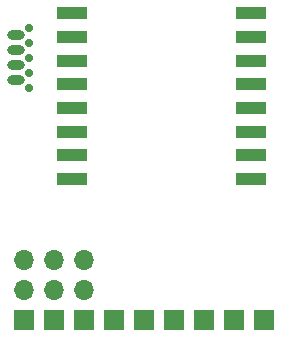
<source format=gbr>
%TF.GenerationSoftware,KiCad,Pcbnew,(6.0.8)*%
%TF.CreationDate,2023-03-28T19:59:18+01:00*%
%TF.ProjectId,m-link-plus,6d2d6c69-6e6b-42d7-906c-75732e6b6963,rev?*%
%TF.SameCoordinates,Original*%
%TF.FileFunction,Soldermask,Bot*%
%TF.FilePolarity,Negative*%
%FSLAX46Y46*%
G04 Gerber Fmt 4.6, Leading zero omitted, Abs format (unit mm)*
G04 Created by KiCad (PCBNEW (6.0.8)) date 2023-03-28 19:59:18*
%MOMM*%
%LPD*%
G01*
G04 APERTURE LIST*
%ADD10O,1.700000X1.700000*%
%ADD11R,1.700000X1.700000*%
%ADD12C,0.700000*%
%ADD13O,1.500000X0.800000*%
%ADD14R,2.500000X1.000000*%
G04 APERTURE END LIST*
D10*
%TO.C,J3*%
X80905000Y-92114000D03*
X80905000Y-94654000D03*
D11*
X80905000Y-97194000D03*
D10*
X83445000Y-92114000D03*
X83445000Y-94654000D03*
D11*
X83445000Y-97194000D03*
D10*
X85985000Y-92114000D03*
X85985000Y-94654000D03*
D11*
X85985000Y-97194000D03*
X88525000Y-97194000D03*
X91065000Y-97194000D03*
X93605000Y-97194000D03*
X96145000Y-97194000D03*
X98685000Y-97194000D03*
X101225000Y-97194000D03*
%TD*%
D12*
%TO.C,J4*%
X81305000Y-72460000D03*
X81305000Y-73730000D03*
X81305000Y-75000000D03*
X81305000Y-76270000D03*
X81305000Y-77540000D03*
D13*
X80150000Y-73095000D03*
X80150000Y-74365000D03*
X80150000Y-75635000D03*
X80150000Y-76905000D03*
%TD*%
D14*
%TO.C,U4*%
X100100000Y-71250000D03*
X100100000Y-73250000D03*
X100100000Y-75250000D03*
X100100000Y-77250000D03*
X100100000Y-79250000D03*
X100100000Y-81250000D03*
X100100000Y-83250000D03*
X100100000Y-85250000D03*
X84900000Y-85250000D03*
X84900000Y-83250000D03*
X84900000Y-81250000D03*
X84900000Y-79250000D03*
X84900000Y-77250000D03*
X84900000Y-75250000D03*
X84900000Y-73250000D03*
X84900000Y-71250000D03*
%TD*%
M02*

</source>
